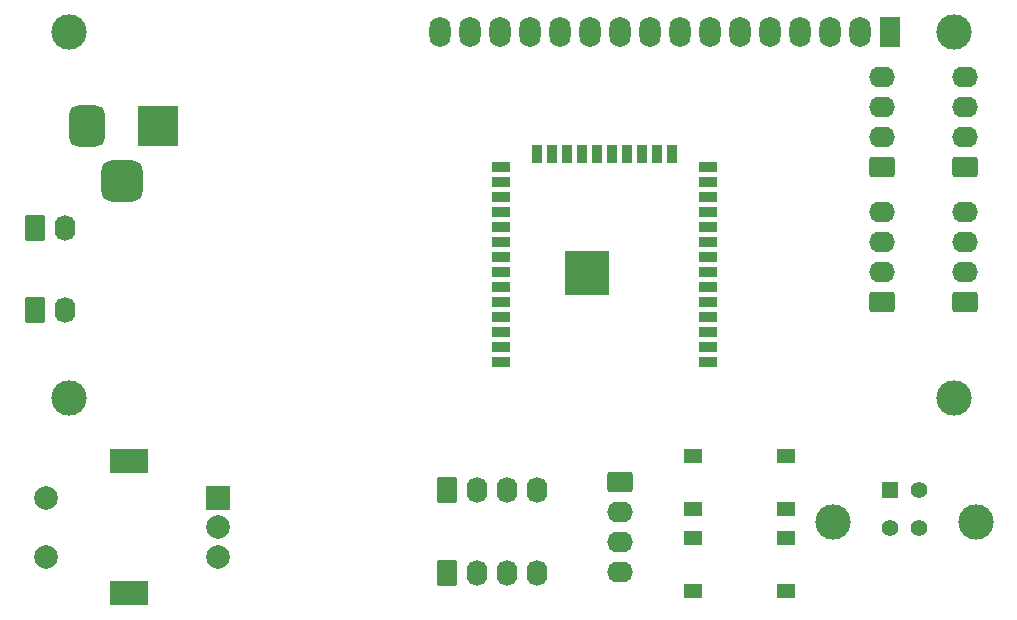
<source format=gbr>
%TF.GenerationSoftware,KiCad,Pcbnew,6.0.11+dfsg-1*%
%TF.CreationDate,2023-11-04T21:56:29+01:00*%
%TF.ProjectId,main_board,6d61696e-5f62-46f6-9172-642e6b696361,rev?*%
%TF.SameCoordinates,PX63add28PY3f58108*%
%TF.FileFunction,Soldermask,Bot*%
%TF.FilePolarity,Negative*%
%FSLAX46Y46*%
G04 Gerber Fmt 4.6, Leading zero omitted, Abs format (unit mm)*
G04 Created by KiCad (PCBNEW 6.0.11+dfsg-1) date 2023-11-04 21:56:29*
%MOMM*%
%LPD*%
G01*
G04 APERTURE LIST*
G04 Aperture macros list*
%AMRoundRect*
0 Rectangle with rounded corners*
0 $1 Rounding radius*
0 $2 $3 $4 $5 $6 $7 $8 $9 X,Y pos of 4 corners*
0 Add a 4 corners polygon primitive as box body*
4,1,4,$2,$3,$4,$5,$6,$7,$8,$9,$2,$3,0*
0 Add four circle primitives for the rounded corners*
1,1,$1+$1,$2,$3*
1,1,$1+$1,$4,$5*
1,1,$1+$1,$6,$7*
1,1,$1+$1,$8,$9*
0 Add four rect primitives between the rounded corners*
20,1,$1+$1,$2,$3,$4,$5,0*
20,1,$1+$1,$4,$5,$6,$7,0*
20,1,$1+$1,$6,$7,$8,$9,0*
20,1,$1+$1,$8,$9,$2,$3,0*%
G04 Aperture macros list end*
%ADD10RoundRect,0.250000X0.845000X-0.620000X0.845000X0.620000X-0.845000X0.620000X-0.845000X-0.620000X0*%
%ADD11O,2.190000X1.740000*%
%ADD12RoundRect,0.250000X-0.620000X-0.845000X0.620000X-0.845000X0.620000X0.845000X-0.620000X0.845000X0*%
%ADD13O,1.740000X2.190000*%
%ADD14R,3.500000X3.500000*%
%ADD15RoundRect,0.750000X-0.750000X-1.000000X0.750000X-1.000000X0.750000X1.000000X-0.750000X1.000000X0*%
%ADD16RoundRect,0.875000X-0.875000X-0.875000X0.875000X-0.875000X0.875000X0.875000X-0.875000X0.875000X0*%
%ADD17RoundRect,0.250000X-0.845000X0.620000X-0.845000X-0.620000X0.845000X-0.620000X0.845000X0.620000X0*%
%ADD18R,2.000000X2.000000*%
%ADD19C,2.000000*%
%ADD20R,3.200000X2.000000*%
%ADD21R,1.550000X1.300000*%
%ADD22R,1.400000X1.400000*%
%ADD23C,1.400000*%
%ADD24C,3.000000*%
%ADD25R,1.500000X0.900000*%
%ADD26R,0.900000X1.500000*%
%ADD27C,0.475000*%
%ADD28R,3.800000X3.800000*%
%ADD29R,1.800000X2.600000*%
%ADD30O,1.800000X2.600000*%
G04 APERTURE END LIST*
D10*
%TO.C,J9*%
X71775000Y-16510000D03*
D11*
X71775000Y-13970000D03*
X71775000Y-11430000D03*
X71775000Y-8890000D03*
%TD*%
D12*
%TO.C,J3*%
X0Y-21610000D03*
D13*
X2540000Y-21610000D03*
%TD*%
D10*
%TO.C,J10*%
X78760000Y-16510000D03*
D11*
X78760000Y-13970000D03*
X78760000Y-11430000D03*
X78760000Y-8890000D03*
%TD*%
D12*
%TO.C,J13*%
X34925000Y-50820000D03*
D13*
X37465000Y-50820000D03*
X40005000Y-50820000D03*
X42545000Y-50820000D03*
%TD*%
D10*
%TO.C,J8*%
X71775000Y-27940000D03*
D11*
X71775000Y-25400000D03*
X71775000Y-22860000D03*
X71775000Y-20320000D03*
%TD*%
D12*
%TO.C,J4*%
X0Y-28595000D03*
D13*
X2540000Y-28595000D03*
%TD*%
D12*
%TO.C,J14*%
X34925000Y-43835000D03*
D13*
X37465000Y-43835000D03*
X40005000Y-43835000D03*
X42545000Y-43835000D03*
%TD*%
D10*
%TO.C,J7*%
X78740000Y-27940000D03*
D11*
X78740000Y-25400000D03*
X78740000Y-22860000D03*
X78740000Y-20320000D03*
%TD*%
D14*
%TO.C,J1*%
X10445000Y-13012500D03*
D15*
X4445000Y-13012500D03*
D16*
X7445000Y-17712500D03*
%TD*%
D17*
%TO.C,J2*%
X49550000Y-43180000D03*
D11*
X49550000Y-45720000D03*
X49550000Y-48260000D03*
X49550000Y-50800000D03*
%TD*%
D18*
%TO.C,SW3*%
X15505000Y-44490000D03*
D19*
X15505000Y-49490000D03*
X15505000Y-46990000D03*
D20*
X8005000Y-52590000D03*
X8005000Y-41390000D03*
D19*
X1005000Y-49490000D03*
X1005000Y-44490000D03*
%TD*%
D21*
%TO.C,SW301*%
X55715000Y-47915000D03*
X63665000Y-47915000D03*
X55715000Y-52415000D03*
X63665000Y-52415000D03*
%TD*%
%TO.C,SW302*%
X63665000Y-40930000D03*
X55715000Y-40930000D03*
X55715000Y-45430000D03*
X63665000Y-45430000D03*
%TD*%
D22*
%TO.C,J301*%
X72410000Y-43872500D03*
D23*
X74910000Y-43872500D03*
X74910000Y-47072500D03*
X72410000Y-47072500D03*
D24*
X67640000Y-46582500D03*
X79680000Y-46582500D03*
%TD*%
D25*
%TO.C,U3*%
X39510000Y-33020000D03*
X39510000Y-31750000D03*
X39510000Y-30480000D03*
X39510000Y-29210000D03*
X39510000Y-27940000D03*
X39510000Y-26670000D03*
X39510000Y-25400000D03*
X39510000Y-24130000D03*
X39510000Y-22860000D03*
X39510000Y-21590000D03*
X39510000Y-20320000D03*
X39510000Y-19050000D03*
X39510000Y-17780000D03*
X39510000Y-16510000D03*
D26*
X42545000Y-15415000D03*
X43815000Y-15415000D03*
X45085000Y-15415000D03*
X46355000Y-15415000D03*
X47625000Y-15415000D03*
X48895000Y-15415000D03*
X50165000Y-15415000D03*
X51435000Y-15415000D03*
X52705000Y-15415000D03*
X53975000Y-15415000D03*
D25*
X57010000Y-16510000D03*
X57010000Y-17780000D03*
X57010000Y-19050000D03*
X57010000Y-20320000D03*
X57010000Y-21590000D03*
X57010000Y-22860000D03*
X57010000Y-24130000D03*
X57010000Y-25400000D03*
X57010000Y-26670000D03*
X57010000Y-27940000D03*
X57010000Y-29210000D03*
X57010000Y-30480000D03*
X57010000Y-31750000D03*
X57010000Y-33020000D03*
D27*
X46060000Y-26855000D03*
X47460000Y-26855000D03*
X48160000Y-24755000D03*
X46760000Y-24755000D03*
D28*
X46760000Y-25455000D03*
D27*
X46760000Y-26155000D03*
X48160000Y-26155000D03*
X47460000Y-24055000D03*
X45360000Y-26155000D03*
X46060000Y-25455000D03*
X45360000Y-24755000D03*
X46060000Y-24055000D03*
X47460000Y-25455000D03*
%TD*%
D24*
%TO.C,U7*%
X2890520Y-36080700D03*
X2890000Y-5080000D03*
X77889100Y-36080700D03*
X77889100Y-5080000D03*
D29*
X72390000Y-5080000D03*
D30*
X69850000Y-5080000D03*
X67310000Y-5080000D03*
X64770000Y-5080000D03*
X62230000Y-5080000D03*
X59690000Y-5080000D03*
X57150000Y-5080000D03*
X54610000Y-5080000D03*
X52070000Y-5080000D03*
X49530000Y-5080000D03*
X46990000Y-5080000D03*
X44450000Y-5080000D03*
X41910000Y-5080000D03*
X39370000Y-5080000D03*
X36830000Y-5080000D03*
X34290000Y-5080000D03*
%TD*%
M02*

</source>
